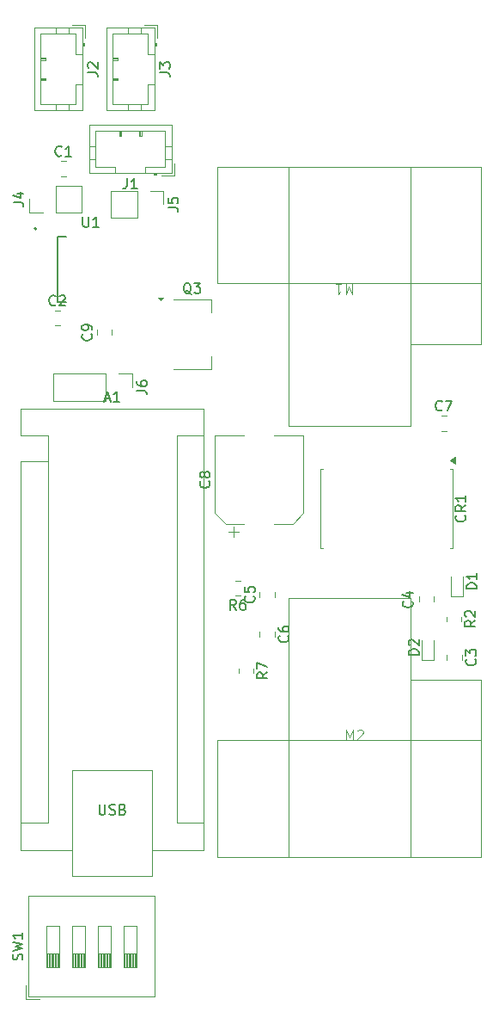
<source format=gbr>
%TF.GenerationSoftware,KiCad,Pcbnew,8.0.2*%
%TF.CreationDate,2024-10-05T18:09:16+02:00*%
%TF.ProjectId,CalkaBot_PCB,43616c6b-6142-46f7-945f-5043422e6b69,rev?*%
%TF.SameCoordinates,Original*%
%TF.FileFunction,Legend,Top*%
%TF.FilePolarity,Positive*%
%FSLAX46Y46*%
G04 Gerber Fmt 4.6, Leading zero omitted, Abs format (unit mm)*
G04 Created by KiCad (PCBNEW 8.0.2) date 2024-10-05 18:09:16*
%MOMM*%
%LPD*%
G01*
G04 APERTURE LIST*
%ADD10C,0.150000*%
%ADD11C,0.100000*%
%ADD12C,0.120000*%
%ADD13C,0.127000*%
%ADD14C,0.200000*%
G04 APERTURE END LIST*
D10*
X64895714Y-56839104D02*
X65371904Y-56839104D01*
X64800476Y-57124819D02*
X65133809Y-56124819D01*
X65133809Y-56124819D02*
X65467142Y-57124819D01*
X66324285Y-57124819D02*
X65752857Y-57124819D01*
X66038571Y-57124819D02*
X66038571Y-56124819D01*
X66038571Y-56124819D02*
X65943333Y-56267676D01*
X65943333Y-56267676D02*
X65848095Y-56362914D01*
X65848095Y-56362914D02*
X65752857Y-56410533D01*
X64348095Y-96764819D02*
X64348095Y-97574342D01*
X64348095Y-97574342D02*
X64395714Y-97669580D01*
X64395714Y-97669580D02*
X64443333Y-97717200D01*
X64443333Y-97717200D02*
X64538571Y-97764819D01*
X64538571Y-97764819D02*
X64729047Y-97764819D01*
X64729047Y-97764819D02*
X64824285Y-97717200D01*
X64824285Y-97717200D02*
X64871904Y-97669580D01*
X64871904Y-97669580D02*
X64919523Y-97574342D01*
X64919523Y-97574342D02*
X64919523Y-96764819D01*
X65348095Y-97717200D02*
X65490952Y-97764819D01*
X65490952Y-97764819D02*
X65729047Y-97764819D01*
X65729047Y-97764819D02*
X65824285Y-97717200D01*
X65824285Y-97717200D02*
X65871904Y-97669580D01*
X65871904Y-97669580D02*
X65919523Y-97574342D01*
X65919523Y-97574342D02*
X65919523Y-97479104D01*
X65919523Y-97479104D02*
X65871904Y-97383866D01*
X65871904Y-97383866D02*
X65824285Y-97336247D01*
X65824285Y-97336247D02*
X65729047Y-97288628D01*
X65729047Y-97288628D02*
X65538571Y-97241009D01*
X65538571Y-97241009D02*
X65443333Y-97193390D01*
X65443333Y-97193390D02*
X65395714Y-97145771D01*
X65395714Y-97145771D02*
X65348095Y-97050533D01*
X65348095Y-97050533D02*
X65348095Y-96955295D01*
X65348095Y-96955295D02*
X65395714Y-96860057D01*
X65395714Y-96860057D02*
X65443333Y-96812438D01*
X65443333Y-96812438D02*
X65538571Y-96764819D01*
X65538571Y-96764819D02*
X65776666Y-96764819D01*
X65776666Y-96764819D02*
X65919523Y-96812438D01*
X66681428Y-97241009D02*
X66824285Y-97288628D01*
X66824285Y-97288628D02*
X66871904Y-97336247D01*
X66871904Y-97336247D02*
X66919523Y-97431485D01*
X66919523Y-97431485D02*
X66919523Y-97574342D01*
X66919523Y-97574342D02*
X66871904Y-97669580D01*
X66871904Y-97669580D02*
X66824285Y-97717200D01*
X66824285Y-97717200D02*
X66729047Y-97764819D01*
X66729047Y-97764819D02*
X66348095Y-97764819D01*
X66348095Y-97764819D02*
X66348095Y-96764819D01*
X66348095Y-96764819D02*
X66681428Y-96764819D01*
X66681428Y-96764819D02*
X66776666Y-96812438D01*
X66776666Y-96812438D02*
X66824285Y-96860057D01*
X66824285Y-96860057D02*
X66871904Y-96955295D01*
X66871904Y-96955295D02*
X66871904Y-97050533D01*
X66871904Y-97050533D02*
X66824285Y-97145771D01*
X66824285Y-97145771D02*
X66776666Y-97193390D01*
X66776666Y-97193390D02*
X66681428Y-97241009D01*
X66681428Y-97241009D02*
X66348095Y-97241009D01*
X75159580Y-64966666D02*
X75207200Y-65014285D01*
X75207200Y-65014285D02*
X75254819Y-65157142D01*
X75254819Y-65157142D02*
X75254819Y-65252380D01*
X75254819Y-65252380D02*
X75207200Y-65395237D01*
X75207200Y-65395237D02*
X75111961Y-65490475D01*
X75111961Y-65490475D02*
X75016723Y-65538094D01*
X75016723Y-65538094D02*
X74826247Y-65585713D01*
X74826247Y-65585713D02*
X74683390Y-65585713D01*
X74683390Y-65585713D02*
X74492914Y-65538094D01*
X74492914Y-65538094D02*
X74397676Y-65490475D01*
X74397676Y-65490475D02*
X74302438Y-65395237D01*
X74302438Y-65395237D02*
X74254819Y-65252380D01*
X74254819Y-65252380D02*
X74254819Y-65157142D01*
X74254819Y-65157142D02*
X74302438Y-65014285D01*
X74302438Y-65014285D02*
X74350057Y-64966666D01*
X74683390Y-64395237D02*
X74635771Y-64490475D01*
X74635771Y-64490475D02*
X74588152Y-64538094D01*
X74588152Y-64538094D02*
X74492914Y-64585713D01*
X74492914Y-64585713D02*
X74445295Y-64585713D01*
X74445295Y-64585713D02*
X74350057Y-64538094D01*
X74350057Y-64538094D02*
X74302438Y-64490475D01*
X74302438Y-64490475D02*
X74254819Y-64395237D01*
X74254819Y-64395237D02*
X74254819Y-64204761D01*
X74254819Y-64204761D02*
X74302438Y-64109523D01*
X74302438Y-64109523D02*
X74350057Y-64061904D01*
X74350057Y-64061904D02*
X74445295Y-64014285D01*
X74445295Y-64014285D02*
X74492914Y-64014285D01*
X74492914Y-64014285D02*
X74588152Y-64061904D01*
X74588152Y-64061904D02*
X74635771Y-64109523D01*
X74635771Y-64109523D02*
X74683390Y-64204761D01*
X74683390Y-64204761D02*
X74683390Y-64395237D01*
X74683390Y-64395237D02*
X74731009Y-64490475D01*
X74731009Y-64490475D02*
X74778628Y-64538094D01*
X74778628Y-64538094D02*
X74873866Y-64585713D01*
X74873866Y-64585713D02*
X75064342Y-64585713D01*
X75064342Y-64585713D02*
X75159580Y-64538094D01*
X75159580Y-64538094D02*
X75207200Y-64490475D01*
X75207200Y-64490475D02*
X75254819Y-64395237D01*
X75254819Y-64395237D02*
X75254819Y-64204761D01*
X75254819Y-64204761D02*
X75207200Y-64109523D01*
X75207200Y-64109523D02*
X75159580Y-64061904D01*
X75159580Y-64061904D02*
X75064342Y-64014285D01*
X75064342Y-64014285D02*
X74873866Y-64014285D01*
X74873866Y-64014285D02*
X74778628Y-64061904D01*
X74778628Y-64061904D02*
X74731009Y-64109523D01*
X74731009Y-64109523D02*
X74683390Y-64204761D01*
D11*
X89309523Y-45542580D02*
X89309523Y-46542580D01*
X89309523Y-46542580D02*
X88976190Y-45828295D01*
X88976190Y-45828295D02*
X88642857Y-46542580D01*
X88642857Y-46542580D02*
X88642857Y-45542580D01*
X87642857Y-45542580D02*
X88214285Y-45542580D01*
X87928571Y-45542580D02*
X87928571Y-46542580D01*
X87928571Y-46542580D02*
X88023809Y-46399723D01*
X88023809Y-46399723D02*
X88119047Y-46304485D01*
X88119047Y-46304485D02*
X88214285Y-46256866D01*
D10*
X60633333Y-32879580D02*
X60585714Y-32927200D01*
X60585714Y-32927200D02*
X60442857Y-32974819D01*
X60442857Y-32974819D02*
X60347619Y-32974819D01*
X60347619Y-32974819D02*
X60204762Y-32927200D01*
X60204762Y-32927200D02*
X60109524Y-32831961D01*
X60109524Y-32831961D02*
X60061905Y-32736723D01*
X60061905Y-32736723D02*
X60014286Y-32546247D01*
X60014286Y-32546247D02*
X60014286Y-32403390D01*
X60014286Y-32403390D02*
X60061905Y-32212914D01*
X60061905Y-32212914D02*
X60109524Y-32117676D01*
X60109524Y-32117676D02*
X60204762Y-32022438D01*
X60204762Y-32022438D02*
X60347619Y-31974819D01*
X60347619Y-31974819D02*
X60442857Y-31974819D01*
X60442857Y-31974819D02*
X60585714Y-32022438D01*
X60585714Y-32022438D02*
X60633333Y-32070057D01*
X61585714Y-32974819D02*
X61014286Y-32974819D01*
X61300000Y-32974819D02*
X61300000Y-31974819D01*
X61300000Y-31974819D02*
X61204762Y-32117676D01*
X61204762Y-32117676D02*
X61109524Y-32212914D01*
X61109524Y-32212914D02*
X61014286Y-32260533D01*
X56747200Y-112043332D02*
X56794819Y-111900475D01*
X56794819Y-111900475D02*
X56794819Y-111662380D01*
X56794819Y-111662380D02*
X56747200Y-111567142D01*
X56747200Y-111567142D02*
X56699580Y-111519523D01*
X56699580Y-111519523D02*
X56604342Y-111471904D01*
X56604342Y-111471904D02*
X56509104Y-111471904D01*
X56509104Y-111471904D02*
X56413866Y-111519523D01*
X56413866Y-111519523D02*
X56366247Y-111567142D01*
X56366247Y-111567142D02*
X56318628Y-111662380D01*
X56318628Y-111662380D02*
X56271009Y-111852856D01*
X56271009Y-111852856D02*
X56223390Y-111948094D01*
X56223390Y-111948094D02*
X56175771Y-111995713D01*
X56175771Y-111995713D02*
X56080533Y-112043332D01*
X56080533Y-112043332D02*
X55985295Y-112043332D01*
X55985295Y-112043332D02*
X55890057Y-111995713D01*
X55890057Y-111995713D02*
X55842438Y-111948094D01*
X55842438Y-111948094D02*
X55794819Y-111852856D01*
X55794819Y-111852856D02*
X55794819Y-111614761D01*
X55794819Y-111614761D02*
X55842438Y-111471904D01*
X55794819Y-111138570D02*
X56794819Y-110900475D01*
X56794819Y-110900475D02*
X56080533Y-110709999D01*
X56080533Y-110709999D02*
X56794819Y-110519523D01*
X56794819Y-110519523D02*
X55794819Y-110281428D01*
X56794819Y-109376666D02*
X56794819Y-109948094D01*
X56794819Y-109662380D02*
X55794819Y-109662380D01*
X55794819Y-109662380D02*
X55937676Y-109757618D01*
X55937676Y-109757618D02*
X56032914Y-109852856D01*
X56032914Y-109852856D02*
X56080533Y-109948094D01*
X55887319Y-37520833D02*
X56601604Y-37520833D01*
X56601604Y-37520833D02*
X56744461Y-37568452D01*
X56744461Y-37568452D02*
X56839700Y-37663690D01*
X56839700Y-37663690D02*
X56887319Y-37806547D01*
X56887319Y-37806547D02*
X56887319Y-37901785D01*
X56220652Y-36616071D02*
X56887319Y-36616071D01*
X55839700Y-36854166D02*
X56553985Y-37092261D01*
X56553985Y-37092261D02*
X56553985Y-36473214D01*
X68024819Y-56033333D02*
X68739104Y-56033333D01*
X68739104Y-56033333D02*
X68881961Y-56080952D01*
X68881961Y-56080952D02*
X68977200Y-56176190D01*
X68977200Y-56176190D02*
X69024819Y-56319047D01*
X69024819Y-56319047D02*
X69024819Y-56414285D01*
X68024819Y-55128571D02*
X68024819Y-55319047D01*
X68024819Y-55319047D02*
X68072438Y-55414285D01*
X68072438Y-55414285D02*
X68120057Y-55461904D01*
X68120057Y-55461904D02*
X68262914Y-55557142D01*
X68262914Y-55557142D02*
X68453390Y-55604761D01*
X68453390Y-55604761D02*
X68834342Y-55604761D01*
X68834342Y-55604761D02*
X68929580Y-55557142D01*
X68929580Y-55557142D02*
X68977200Y-55509523D01*
X68977200Y-55509523D02*
X69024819Y-55414285D01*
X69024819Y-55414285D02*
X69024819Y-55223809D01*
X69024819Y-55223809D02*
X68977200Y-55128571D01*
X68977200Y-55128571D02*
X68929580Y-55080952D01*
X68929580Y-55080952D02*
X68834342Y-55033333D01*
X68834342Y-55033333D02*
X68596247Y-55033333D01*
X68596247Y-55033333D02*
X68501009Y-55080952D01*
X68501009Y-55080952D02*
X68453390Y-55128571D01*
X68453390Y-55128571D02*
X68405771Y-55223809D01*
X68405771Y-55223809D02*
X68405771Y-55414285D01*
X68405771Y-55414285D02*
X68453390Y-55509523D01*
X68453390Y-55509523D02*
X68501009Y-55557142D01*
X68501009Y-55557142D02*
X68596247Y-55604761D01*
X101389580Y-82466666D02*
X101437200Y-82514285D01*
X101437200Y-82514285D02*
X101484819Y-82657142D01*
X101484819Y-82657142D02*
X101484819Y-82752380D01*
X101484819Y-82752380D02*
X101437200Y-82895237D01*
X101437200Y-82895237D02*
X101341961Y-82990475D01*
X101341961Y-82990475D02*
X101246723Y-83038094D01*
X101246723Y-83038094D02*
X101056247Y-83085713D01*
X101056247Y-83085713D02*
X100913390Y-83085713D01*
X100913390Y-83085713D02*
X100722914Y-83038094D01*
X100722914Y-83038094D02*
X100627676Y-82990475D01*
X100627676Y-82990475D02*
X100532438Y-82895237D01*
X100532438Y-82895237D02*
X100484819Y-82752380D01*
X100484819Y-82752380D02*
X100484819Y-82657142D01*
X100484819Y-82657142D02*
X100532438Y-82514285D01*
X100532438Y-82514285D02*
X100580057Y-82466666D01*
X100484819Y-82133332D02*
X100484819Y-81514285D01*
X100484819Y-81514285D02*
X100865771Y-81847618D01*
X100865771Y-81847618D02*
X100865771Y-81704761D01*
X100865771Y-81704761D02*
X100913390Y-81609523D01*
X100913390Y-81609523D02*
X100961009Y-81561904D01*
X100961009Y-81561904D02*
X101056247Y-81514285D01*
X101056247Y-81514285D02*
X101294342Y-81514285D01*
X101294342Y-81514285D02*
X101389580Y-81561904D01*
X101389580Y-81561904D02*
X101437200Y-81609523D01*
X101437200Y-81609523D02*
X101484819Y-81704761D01*
X101484819Y-81704761D02*
X101484819Y-81990475D01*
X101484819Y-81990475D02*
X101437200Y-82085713D01*
X101437200Y-82085713D02*
X101389580Y-82133332D01*
X101554819Y-75538094D02*
X100554819Y-75538094D01*
X100554819Y-75538094D02*
X100554819Y-75299999D01*
X100554819Y-75299999D02*
X100602438Y-75157142D01*
X100602438Y-75157142D02*
X100697676Y-75061904D01*
X100697676Y-75061904D02*
X100792914Y-75014285D01*
X100792914Y-75014285D02*
X100983390Y-74966666D01*
X100983390Y-74966666D02*
X101126247Y-74966666D01*
X101126247Y-74966666D02*
X101316723Y-75014285D01*
X101316723Y-75014285D02*
X101411961Y-75061904D01*
X101411961Y-75061904D02*
X101507200Y-75157142D01*
X101507200Y-75157142D02*
X101554819Y-75299999D01*
X101554819Y-75299999D02*
X101554819Y-75538094D01*
X101554819Y-74014285D02*
X101554819Y-74585713D01*
X101554819Y-74299999D02*
X100554819Y-74299999D01*
X100554819Y-74299999D02*
X100697676Y-74395237D01*
X100697676Y-74395237D02*
X100792914Y-74490475D01*
X100792914Y-74490475D02*
X100840533Y-74585713D01*
X95159580Y-76766666D02*
X95207200Y-76814285D01*
X95207200Y-76814285D02*
X95254819Y-76957142D01*
X95254819Y-76957142D02*
X95254819Y-77052380D01*
X95254819Y-77052380D02*
X95207200Y-77195237D01*
X95207200Y-77195237D02*
X95111961Y-77290475D01*
X95111961Y-77290475D02*
X95016723Y-77338094D01*
X95016723Y-77338094D02*
X94826247Y-77385713D01*
X94826247Y-77385713D02*
X94683390Y-77385713D01*
X94683390Y-77385713D02*
X94492914Y-77338094D01*
X94492914Y-77338094D02*
X94397676Y-77290475D01*
X94397676Y-77290475D02*
X94302438Y-77195237D01*
X94302438Y-77195237D02*
X94254819Y-77052380D01*
X94254819Y-77052380D02*
X94254819Y-76957142D01*
X94254819Y-76957142D02*
X94302438Y-76814285D01*
X94302438Y-76814285D02*
X94350057Y-76766666D01*
X94588152Y-75909523D02*
X95254819Y-75909523D01*
X94207200Y-76147618D02*
X94921485Y-76385713D01*
X94921485Y-76385713D02*
X94921485Y-75766666D01*
X80904819Y-83766666D02*
X80428628Y-84099999D01*
X80904819Y-84338094D02*
X79904819Y-84338094D01*
X79904819Y-84338094D02*
X79904819Y-83957142D01*
X79904819Y-83957142D02*
X79952438Y-83861904D01*
X79952438Y-83861904D02*
X80000057Y-83814285D01*
X80000057Y-83814285D02*
X80095295Y-83766666D01*
X80095295Y-83766666D02*
X80238152Y-83766666D01*
X80238152Y-83766666D02*
X80333390Y-83814285D01*
X80333390Y-83814285D02*
X80381009Y-83861904D01*
X80381009Y-83861904D02*
X80428628Y-83957142D01*
X80428628Y-83957142D02*
X80428628Y-84338094D01*
X79904819Y-83433332D02*
X79904819Y-82766666D01*
X79904819Y-82766666D02*
X80904819Y-83195237D01*
X70304819Y-24733333D02*
X71019104Y-24733333D01*
X71019104Y-24733333D02*
X71161961Y-24780952D01*
X71161961Y-24780952D02*
X71257200Y-24876190D01*
X71257200Y-24876190D02*
X71304819Y-25019047D01*
X71304819Y-25019047D02*
X71304819Y-25114285D01*
X70304819Y-24352380D02*
X70304819Y-23733333D01*
X70304819Y-23733333D02*
X70685771Y-24066666D01*
X70685771Y-24066666D02*
X70685771Y-23923809D01*
X70685771Y-23923809D02*
X70733390Y-23828571D01*
X70733390Y-23828571D02*
X70781009Y-23780952D01*
X70781009Y-23780952D02*
X70876247Y-23733333D01*
X70876247Y-23733333D02*
X71114342Y-23733333D01*
X71114342Y-23733333D02*
X71209580Y-23780952D01*
X71209580Y-23780952D02*
X71257200Y-23828571D01*
X71257200Y-23828571D02*
X71304819Y-23923809D01*
X71304819Y-23923809D02*
X71304819Y-24209523D01*
X71304819Y-24209523D02*
X71257200Y-24304761D01*
X71257200Y-24304761D02*
X71209580Y-24352380D01*
X62725595Y-38932319D02*
X62725595Y-39741842D01*
X62725595Y-39741842D02*
X62773214Y-39837080D01*
X62773214Y-39837080D02*
X62820833Y-39884700D01*
X62820833Y-39884700D02*
X62916071Y-39932319D01*
X62916071Y-39932319D02*
X63106547Y-39932319D01*
X63106547Y-39932319D02*
X63201785Y-39884700D01*
X63201785Y-39884700D02*
X63249404Y-39837080D01*
X63249404Y-39837080D02*
X63297023Y-39741842D01*
X63297023Y-39741842D02*
X63297023Y-38932319D01*
X64297023Y-39932319D02*
X63725595Y-39932319D01*
X64011309Y-39932319D02*
X64011309Y-38932319D01*
X64011309Y-38932319D02*
X63916071Y-39075176D01*
X63916071Y-39075176D02*
X63820833Y-39170414D01*
X63820833Y-39170414D02*
X63725595Y-39218033D01*
X60033333Y-47579580D02*
X59985714Y-47627200D01*
X59985714Y-47627200D02*
X59842857Y-47674819D01*
X59842857Y-47674819D02*
X59747619Y-47674819D01*
X59747619Y-47674819D02*
X59604762Y-47627200D01*
X59604762Y-47627200D02*
X59509524Y-47531961D01*
X59509524Y-47531961D02*
X59461905Y-47436723D01*
X59461905Y-47436723D02*
X59414286Y-47246247D01*
X59414286Y-47246247D02*
X59414286Y-47103390D01*
X59414286Y-47103390D02*
X59461905Y-46912914D01*
X59461905Y-46912914D02*
X59509524Y-46817676D01*
X59509524Y-46817676D02*
X59604762Y-46722438D01*
X59604762Y-46722438D02*
X59747619Y-46674819D01*
X59747619Y-46674819D02*
X59842857Y-46674819D01*
X59842857Y-46674819D02*
X59985714Y-46722438D01*
X59985714Y-46722438D02*
X60033333Y-46770057D01*
X60414286Y-46770057D02*
X60461905Y-46722438D01*
X60461905Y-46722438D02*
X60557143Y-46674819D01*
X60557143Y-46674819D02*
X60795238Y-46674819D01*
X60795238Y-46674819D02*
X60890476Y-46722438D01*
X60890476Y-46722438D02*
X60938095Y-46770057D01*
X60938095Y-46770057D02*
X60985714Y-46865295D01*
X60985714Y-46865295D02*
X60985714Y-46960533D01*
X60985714Y-46960533D02*
X60938095Y-47103390D01*
X60938095Y-47103390D02*
X60366667Y-47674819D01*
X60366667Y-47674819D02*
X60985714Y-47674819D01*
X67066666Y-35154819D02*
X67066666Y-35869104D01*
X67066666Y-35869104D02*
X67019047Y-36011961D01*
X67019047Y-36011961D02*
X66923809Y-36107200D01*
X66923809Y-36107200D02*
X66780952Y-36154819D01*
X66780952Y-36154819D02*
X66685714Y-36154819D01*
X68066666Y-36154819D02*
X67495238Y-36154819D01*
X67780952Y-36154819D02*
X67780952Y-35154819D01*
X67780952Y-35154819D02*
X67685714Y-35297676D01*
X67685714Y-35297676D02*
X67590476Y-35392914D01*
X67590476Y-35392914D02*
X67495238Y-35440533D01*
X95854819Y-82038094D02*
X94854819Y-82038094D01*
X94854819Y-82038094D02*
X94854819Y-81799999D01*
X94854819Y-81799999D02*
X94902438Y-81657142D01*
X94902438Y-81657142D02*
X94997676Y-81561904D01*
X94997676Y-81561904D02*
X95092914Y-81514285D01*
X95092914Y-81514285D02*
X95283390Y-81466666D01*
X95283390Y-81466666D02*
X95426247Y-81466666D01*
X95426247Y-81466666D02*
X95616723Y-81514285D01*
X95616723Y-81514285D02*
X95711961Y-81561904D01*
X95711961Y-81561904D02*
X95807200Y-81657142D01*
X95807200Y-81657142D02*
X95854819Y-81799999D01*
X95854819Y-81799999D02*
X95854819Y-82038094D01*
X94950057Y-81085713D02*
X94902438Y-81038094D01*
X94902438Y-81038094D02*
X94854819Y-80942856D01*
X94854819Y-80942856D02*
X94854819Y-80704761D01*
X94854819Y-80704761D02*
X94902438Y-80609523D01*
X94902438Y-80609523D02*
X94950057Y-80561904D01*
X94950057Y-80561904D02*
X95045295Y-80514285D01*
X95045295Y-80514285D02*
X95140533Y-80514285D01*
X95140533Y-80514285D02*
X95283390Y-80561904D01*
X95283390Y-80561904D02*
X95854819Y-81133332D01*
X95854819Y-81133332D02*
X95854819Y-80514285D01*
D11*
X88690476Y-90413419D02*
X88690476Y-89413419D01*
X88690476Y-89413419D02*
X89023809Y-90127704D01*
X89023809Y-90127704D02*
X89357142Y-89413419D01*
X89357142Y-89413419D02*
X89357142Y-90413419D01*
X89785714Y-89508657D02*
X89833333Y-89461038D01*
X89833333Y-89461038D02*
X89928571Y-89413419D01*
X89928571Y-89413419D02*
X90166666Y-89413419D01*
X90166666Y-89413419D02*
X90261904Y-89461038D01*
X90261904Y-89461038D02*
X90309523Y-89508657D01*
X90309523Y-89508657D02*
X90357142Y-89603895D01*
X90357142Y-89603895D02*
X90357142Y-89699133D01*
X90357142Y-89699133D02*
X90309523Y-89841990D01*
X90309523Y-89841990D02*
X89738095Y-90413419D01*
X89738095Y-90413419D02*
X90357142Y-90413419D01*
D10*
X100367080Y-68326666D02*
X100414700Y-68374285D01*
X100414700Y-68374285D02*
X100462319Y-68517142D01*
X100462319Y-68517142D02*
X100462319Y-68612380D01*
X100462319Y-68612380D02*
X100414700Y-68755237D01*
X100414700Y-68755237D02*
X100319461Y-68850475D01*
X100319461Y-68850475D02*
X100224223Y-68898094D01*
X100224223Y-68898094D02*
X100033747Y-68945713D01*
X100033747Y-68945713D02*
X99890890Y-68945713D01*
X99890890Y-68945713D02*
X99700414Y-68898094D01*
X99700414Y-68898094D02*
X99605176Y-68850475D01*
X99605176Y-68850475D02*
X99509938Y-68755237D01*
X99509938Y-68755237D02*
X99462319Y-68612380D01*
X99462319Y-68612380D02*
X99462319Y-68517142D01*
X99462319Y-68517142D02*
X99509938Y-68374285D01*
X99509938Y-68374285D02*
X99557557Y-68326666D01*
X100462319Y-67326666D02*
X99986128Y-67659999D01*
X100462319Y-67898094D02*
X99462319Y-67898094D01*
X99462319Y-67898094D02*
X99462319Y-67517142D01*
X99462319Y-67517142D02*
X99509938Y-67421904D01*
X99509938Y-67421904D02*
X99557557Y-67374285D01*
X99557557Y-67374285D02*
X99652795Y-67326666D01*
X99652795Y-67326666D02*
X99795652Y-67326666D01*
X99795652Y-67326666D02*
X99890890Y-67374285D01*
X99890890Y-67374285D02*
X99938509Y-67421904D01*
X99938509Y-67421904D02*
X99986128Y-67517142D01*
X99986128Y-67517142D02*
X99986128Y-67898094D01*
X100462319Y-66374285D02*
X100462319Y-66945713D01*
X100462319Y-66659999D02*
X99462319Y-66659999D01*
X99462319Y-66659999D02*
X99605176Y-66755237D01*
X99605176Y-66755237D02*
X99700414Y-66850475D01*
X99700414Y-66850475D02*
X99748033Y-66945713D01*
X77833333Y-77604819D02*
X77500000Y-77128628D01*
X77261905Y-77604819D02*
X77261905Y-76604819D01*
X77261905Y-76604819D02*
X77642857Y-76604819D01*
X77642857Y-76604819D02*
X77738095Y-76652438D01*
X77738095Y-76652438D02*
X77785714Y-76700057D01*
X77785714Y-76700057D02*
X77833333Y-76795295D01*
X77833333Y-76795295D02*
X77833333Y-76938152D01*
X77833333Y-76938152D02*
X77785714Y-77033390D01*
X77785714Y-77033390D02*
X77738095Y-77081009D01*
X77738095Y-77081009D02*
X77642857Y-77128628D01*
X77642857Y-77128628D02*
X77261905Y-77128628D01*
X78690476Y-76604819D02*
X78500000Y-76604819D01*
X78500000Y-76604819D02*
X78404762Y-76652438D01*
X78404762Y-76652438D02*
X78357143Y-76700057D01*
X78357143Y-76700057D02*
X78261905Y-76842914D01*
X78261905Y-76842914D02*
X78214286Y-77033390D01*
X78214286Y-77033390D02*
X78214286Y-77414342D01*
X78214286Y-77414342D02*
X78261905Y-77509580D01*
X78261905Y-77509580D02*
X78309524Y-77557200D01*
X78309524Y-77557200D02*
X78404762Y-77604819D01*
X78404762Y-77604819D02*
X78595238Y-77604819D01*
X78595238Y-77604819D02*
X78690476Y-77557200D01*
X78690476Y-77557200D02*
X78738095Y-77509580D01*
X78738095Y-77509580D02*
X78785714Y-77414342D01*
X78785714Y-77414342D02*
X78785714Y-77176247D01*
X78785714Y-77176247D02*
X78738095Y-77081009D01*
X78738095Y-77081009D02*
X78690476Y-77033390D01*
X78690476Y-77033390D02*
X78595238Y-76985771D01*
X78595238Y-76985771D02*
X78404762Y-76985771D01*
X78404762Y-76985771D02*
X78309524Y-77033390D01*
X78309524Y-77033390D02*
X78261905Y-77081009D01*
X78261905Y-77081009D02*
X78214286Y-77176247D01*
X82939580Y-80166666D02*
X82987200Y-80214285D01*
X82987200Y-80214285D02*
X83034819Y-80357142D01*
X83034819Y-80357142D02*
X83034819Y-80452380D01*
X83034819Y-80452380D02*
X82987200Y-80595237D01*
X82987200Y-80595237D02*
X82891961Y-80690475D01*
X82891961Y-80690475D02*
X82796723Y-80738094D01*
X82796723Y-80738094D02*
X82606247Y-80785713D01*
X82606247Y-80785713D02*
X82463390Y-80785713D01*
X82463390Y-80785713D02*
X82272914Y-80738094D01*
X82272914Y-80738094D02*
X82177676Y-80690475D01*
X82177676Y-80690475D02*
X82082438Y-80595237D01*
X82082438Y-80595237D02*
X82034819Y-80452380D01*
X82034819Y-80452380D02*
X82034819Y-80357142D01*
X82034819Y-80357142D02*
X82082438Y-80214285D01*
X82082438Y-80214285D02*
X82130057Y-80166666D01*
X82034819Y-79309523D02*
X82034819Y-79499999D01*
X82034819Y-79499999D02*
X82082438Y-79595237D01*
X82082438Y-79595237D02*
X82130057Y-79642856D01*
X82130057Y-79642856D02*
X82272914Y-79738094D01*
X82272914Y-79738094D02*
X82463390Y-79785713D01*
X82463390Y-79785713D02*
X82844342Y-79785713D01*
X82844342Y-79785713D02*
X82939580Y-79738094D01*
X82939580Y-79738094D02*
X82987200Y-79690475D01*
X82987200Y-79690475D02*
X83034819Y-79595237D01*
X83034819Y-79595237D02*
X83034819Y-79404761D01*
X83034819Y-79404761D02*
X82987200Y-79309523D01*
X82987200Y-79309523D02*
X82939580Y-79261904D01*
X82939580Y-79261904D02*
X82844342Y-79214285D01*
X82844342Y-79214285D02*
X82606247Y-79214285D01*
X82606247Y-79214285D02*
X82511009Y-79261904D01*
X82511009Y-79261904D02*
X82463390Y-79309523D01*
X82463390Y-79309523D02*
X82415771Y-79404761D01*
X82415771Y-79404761D02*
X82415771Y-79595237D01*
X82415771Y-79595237D02*
X82463390Y-79690475D01*
X82463390Y-79690475D02*
X82511009Y-79738094D01*
X82511009Y-79738094D02*
X82606247Y-79785713D01*
X63542080Y-50479166D02*
X63589700Y-50526785D01*
X63589700Y-50526785D02*
X63637319Y-50669642D01*
X63637319Y-50669642D02*
X63637319Y-50764880D01*
X63637319Y-50764880D02*
X63589700Y-50907737D01*
X63589700Y-50907737D02*
X63494461Y-51002975D01*
X63494461Y-51002975D02*
X63399223Y-51050594D01*
X63399223Y-51050594D02*
X63208747Y-51098213D01*
X63208747Y-51098213D02*
X63065890Y-51098213D01*
X63065890Y-51098213D02*
X62875414Y-51050594D01*
X62875414Y-51050594D02*
X62780176Y-51002975D01*
X62780176Y-51002975D02*
X62684938Y-50907737D01*
X62684938Y-50907737D02*
X62637319Y-50764880D01*
X62637319Y-50764880D02*
X62637319Y-50669642D01*
X62637319Y-50669642D02*
X62684938Y-50526785D01*
X62684938Y-50526785D02*
X62732557Y-50479166D01*
X63637319Y-50002975D02*
X63637319Y-49812499D01*
X63637319Y-49812499D02*
X63589700Y-49717261D01*
X63589700Y-49717261D02*
X63542080Y-49669642D01*
X63542080Y-49669642D02*
X63399223Y-49574404D01*
X63399223Y-49574404D02*
X63208747Y-49526785D01*
X63208747Y-49526785D02*
X62827795Y-49526785D01*
X62827795Y-49526785D02*
X62732557Y-49574404D01*
X62732557Y-49574404D02*
X62684938Y-49622023D01*
X62684938Y-49622023D02*
X62637319Y-49717261D01*
X62637319Y-49717261D02*
X62637319Y-49907737D01*
X62637319Y-49907737D02*
X62684938Y-50002975D01*
X62684938Y-50002975D02*
X62732557Y-50050594D01*
X62732557Y-50050594D02*
X62827795Y-50098213D01*
X62827795Y-50098213D02*
X63065890Y-50098213D01*
X63065890Y-50098213D02*
X63161128Y-50050594D01*
X63161128Y-50050594D02*
X63208747Y-50002975D01*
X63208747Y-50002975D02*
X63256366Y-49907737D01*
X63256366Y-49907737D02*
X63256366Y-49717261D01*
X63256366Y-49717261D02*
X63208747Y-49622023D01*
X63208747Y-49622023D02*
X63161128Y-49574404D01*
X63161128Y-49574404D02*
X63065890Y-49526785D01*
X71122319Y-38045833D02*
X71836604Y-38045833D01*
X71836604Y-38045833D02*
X71979461Y-38093452D01*
X71979461Y-38093452D02*
X72074700Y-38188690D01*
X72074700Y-38188690D02*
X72122319Y-38331547D01*
X72122319Y-38331547D02*
X72122319Y-38426785D01*
X71122319Y-37093452D02*
X71122319Y-37569642D01*
X71122319Y-37569642D02*
X71598509Y-37617261D01*
X71598509Y-37617261D02*
X71550890Y-37569642D01*
X71550890Y-37569642D02*
X71503271Y-37474404D01*
X71503271Y-37474404D02*
X71503271Y-37236309D01*
X71503271Y-37236309D02*
X71550890Y-37141071D01*
X71550890Y-37141071D02*
X71598509Y-37093452D01*
X71598509Y-37093452D02*
X71693747Y-37045833D01*
X71693747Y-37045833D02*
X71931842Y-37045833D01*
X71931842Y-37045833D02*
X72027080Y-37093452D01*
X72027080Y-37093452D02*
X72074700Y-37141071D01*
X72074700Y-37141071D02*
X72122319Y-37236309D01*
X72122319Y-37236309D02*
X72122319Y-37474404D01*
X72122319Y-37474404D02*
X72074700Y-37569642D01*
X72074700Y-37569642D02*
X72027080Y-37617261D01*
X101404819Y-78666666D02*
X100928628Y-78999999D01*
X101404819Y-79238094D02*
X100404819Y-79238094D01*
X100404819Y-79238094D02*
X100404819Y-78857142D01*
X100404819Y-78857142D02*
X100452438Y-78761904D01*
X100452438Y-78761904D02*
X100500057Y-78714285D01*
X100500057Y-78714285D02*
X100595295Y-78666666D01*
X100595295Y-78666666D02*
X100738152Y-78666666D01*
X100738152Y-78666666D02*
X100833390Y-78714285D01*
X100833390Y-78714285D02*
X100881009Y-78761904D01*
X100881009Y-78761904D02*
X100928628Y-78857142D01*
X100928628Y-78857142D02*
X100928628Y-79238094D01*
X100500057Y-78285713D02*
X100452438Y-78238094D01*
X100452438Y-78238094D02*
X100404819Y-78142856D01*
X100404819Y-78142856D02*
X100404819Y-77904761D01*
X100404819Y-77904761D02*
X100452438Y-77809523D01*
X100452438Y-77809523D02*
X100500057Y-77761904D01*
X100500057Y-77761904D02*
X100595295Y-77714285D01*
X100595295Y-77714285D02*
X100690533Y-77714285D01*
X100690533Y-77714285D02*
X100833390Y-77761904D01*
X100833390Y-77761904D02*
X101404819Y-78333332D01*
X101404819Y-78333332D02*
X101404819Y-77714285D01*
X63204819Y-24733333D02*
X63919104Y-24733333D01*
X63919104Y-24733333D02*
X64061961Y-24780952D01*
X64061961Y-24780952D02*
X64157200Y-24876190D01*
X64157200Y-24876190D02*
X64204819Y-25019047D01*
X64204819Y-25019047D02*
X64204819Y-25114285D01*
X63300057Y-24304761D02*
X63252438Y-24257142D01*
X63252438Y-24257142D02*
X63204819Y-24161904D01*
X63204819Y-24161904D02*
X63204819Y-23923809D01*
X63204819Y-23923809D02*
X63252438Y-23828571D01*
X63252438Y-23828571D02*
X63300057Y-23780952D01*
X63300057Y-23780952D02*
X63395295Y-23733333D01*
X63395295Y-23733333D02*
X63490533Y-23733333D01*
X63490533Y-23733333D02*
X63633390Y-23780952D01*
X63633390Y-23780952D02*
X64204819Y-24352380D01*
X64204819Y-24352380D02*
X64204819Y-23733333D01*
X73404761Y-46550057D02*
X73309523Y-46502438D01*
X73309523Y-46502438D02*
X73214285Y-46407200D01*
X73214285Y-46407200D02*
X73071428Y-46264342D01*
X73071428Y-46264342D02*
X72976190Y-46216723D01*
X72976190Y-46216723D02*
X72880952Y-46216723D01*
X72928571Y-46454819D02*
X72833333Y-46407200D01*
X72833333Y-46407200D02*
X72738095Y-46311961D01*
X72738095Y-46311961D02*
X72690476Y-46121485D01*
X72690476Y-46121485D02*
X72690476Y-45788152D01*
X72690476Y-45788152D02*
X72738095Y-45597676D01*
X72738095Y-45597676D02*
X72833333Y-45502438D01*
X72833333Y-45502438D02*
X72928571Y-45454819D01*
X72928571Y-45454819D02*
X73119047Y-45454819D01*
X73119047Y-45454819D02*
X73214285Y-45502438D01*
X73214285Y-45502438D02*
X73309523Y-45597676D01*
X73309523Y-45597676D02*
X73357142Y-45788152D01*
X73357142Y-45788152D02*
X73357142Y-46121485D01*
X73357142Y-46121485D02*
X73309523Y-46311961D01*
X73309523Y-46311961D02*
X73214285Y-46407200D01*
X73214285Y-46407200D02*
X73119047Y-46454819D01*
X73119047Y-46454819D02*
X72928571Y-46454819D01*
X73690476Y-45454819D02*
X74309523Y-45454819D01*
X74309523Y-45454819D02*
X73976190Y-45835771D01*
X73976190Y-45835771D02*
X74119047Y-45835771D01*
X74119047Y-45835771D02*
X74214285Y-45883390D01*
X74214285Y-45883390D02*
X74261904Y-45931009D01*
X74261904Y-45931009D02*
X74309523Y-46026247D01*
X74309523Y-46026247D02*
X74309523Y-46264342D01*
X74309523Y-46264342D02*
X74261904Y-46359580D01*
X74261904Y-46359580D02*
X74214285Y-46407200D01*
X74214285Y-46407200D02*
X74119047Y-46454819D01*
X74119047Y-46454819D02*
X73833333Y-46454819D01*
X73833333Y-46454819D02*
X73738095Y-46407200D01*
X73738095Y-46407200D02*
X73690476Y-46359580D01*
X79579580Y-76266666D02*
X79627200Y-76314285D01*
X79627200Y-76314285D02*
X79674819Y-76457142D01*
X79674819Y-76457142D02*
X79674819Y-76552380D01*
X79674819Y-76552380D02*
X79627200Y-76695237D01*
X79627200Y-76695237D02*
X79531961Y-76790475D01*
X79531961Y-76790475D02*
X79436723Y-76838094D01*
X79436723Y-76838094D02*
X79246247Y-76885713D01*
X79246247Y-76885713D02*
X79103390Y-76885713D01*
X79103390Y-76885713D02*
X78912914Y-76838094D01*
X78912914Y-76838094D02*
X78817676Y-76790475D01*
X78817676Y-76790475D02*
X78722438Y-76695237D01*
X78722438Y-76695237D02*
X78674819Y-76552380D01*
X78674819Y-76552380D02*
X78674819Y-76457142D01*
X78674819Y-76457142D02*
X78722438Y-76314285D01*
X78722438Y-76314285D02*
X78770057Y-76266666D01*
X78674819Y-75361904D02*
X78674819Y-75838094D01*
X78674819Y-75838094D02*
X79151009Y-75885713D01*
X79151009Y-75885713D02*
X79103390Y-75838094D01*
X79103390Y-75838094D02*
X79055771Y-75742856D01*
X79055771Y-75742856D02*
X79055771Y-75504761D01*
X79055771Y-75504761D02*
X79103390Y-75409523D01*
X79103390Y-75409523D02*
X79151009Y-75361904D01*
X79151009Y-75361904D02*
X79246247Y-75314285D01*
X79246247Y-75314285D02*
X79484342Y-75314285D01*
X79484342Y-75314285D02*
X79579580Y-75361904D01*
X79579580Y-75361904D02*
X79627200Y-75409523D01*
X79627200Y-75409523D02*
X79674819Y-75504761D01*
X79674819Y-75504761D02*
X79674819Y-75742856D01*
X79674819Y-75742856D02*
X79627200Y-75838094D01*
X79627200Y-75838094D02*
X79579580Y-75885713D01*
X98133333Y-57929580D02*
X98085714Y-57977200D01*
X98085714Y-57977200D02*
X97942857Y-58024819D01*
X97942857Y-58024819D02*
X97847619Y-58024819D01*
X97847619Y-58024819D02*
X97704762Y-57977200D01*
X97704762Y-57977200D02*
X97609524Y-57881961D01*
X97609524Y-57881961D02*
X97561905Y-57786723D01*
X97561905Y-57786723D02*
X97514286Y-57596247D01*
X97514286Y-57596247D02*
X97514286Y-57453390D01*
X97514286Y-57453390D02*
X97561905Y-57262914D01*
X97561905Y-57262914D02*
X97609524Y-57167676D01*
X97609524Y-57167676D02*
X97704762Y-57072438D01*
X97704762Y-57072438D02*
X97847619Y-57024819D01*
X97847619Y-57024819D02*
X97942857Y-57024819D01*
X97942857Y-57024819D02*
X98085714Y-57072438D01*
X98085714Y-57072438D02*
X98133333Y-57120057D01*
X98466667Y-57024819D02*
X99133333Y-57024819D01*
X99133333Y-57024819D02*
X98704762Y-58024819D01*
D12*
%TO.C,A1*%
X56590000Y-57810000D02*
X56590000Y-60480000D01*
X56590000Y-63020000D02*
X56590000Y-101250000D01*
X56590000Y-101250000D02*
X61670000Y-101250000D01*
X59260000Y-60480000D02*
X56590000Y-60480000D01*
X59260000Y-63020000D02*
X56590000Y-63020000D01*
X59260000Y-63020000D02*
X59260000Y-60480000D01*
X59260000Y-63020000D02*
X59260000Y-98580000D01*
X59260000Y-98580000D02*
X56590000Y-98580000D01*
X61670000Y-93370000D02*
X69550000Y-93370000D01*
X61670000Y-103790000D02*
X61670000Y-93370000D01*
X69550000Y-93370000D02*
X69550000Y-103790000D01*
X69550000Y-103790000D02*
X61670000Y-103790000D01*
X71960000Y-60480000D02*
X71960000Y-98580000D01*
X71960000Y-60480000D02*
X74630000Y-60480000D01*
X71960000Y-98580000D02*
X74630000Y-98580000D01*
X74630000Y-57810000D02*
X56590000Y-57810000D01*
X74630000Y-101250000D02*
X69550000Y-101250000D01*
X74630000Y-101250000D02*
X74630000Y-57810000D01*
%TO.C,C8*%
X75740000Y-60440000D02*
X78590000Y-60440000D01*
X75740000Y-68095563D02*
X75740000Y-60440000D01*
X76804437Y-69160000D02*
X75740000Y-68095563D01*
X76804437Y-69160000D02*
X78590000Y-69160000D01*
X77090000Y-69900000D02*
X78090000Y-69900000D01*
X77590000Y-70400000D02*
X77590000Y-69400000D01*
X83395563Y-69160000D02*
X81610000Y-69160000D01*
X83395563Y-69160000D02*
X84460000Y-68095563D01*
X84460000Y-60440000D02*
X81610000Y-60440000D01*
X84460000Y-68095563D02*
X84460000Y-60440000D01*
%TO.C,M1*%
D11*
X95000000Y-59500000D02*
X83000000Y-59500000D01*
X83000000Y-34000000D01*
X95000000Y-34000000D01*
X95000000Y-59500000D01*
X102000000Y-45500000D02*
X76000000Y-45500000D01*
X76000000Y-34000000D01*
X102000000Y-34000000D01*
X102000000Y-45500000D01*
X102000000Y-51500000D02*
X95000000Y-51500000D01*
X95000000Y-45500000D01*
X102000000Y-45500000D01*
X102000000Y-51500000D01*
D12*
%TO.C,C1*%
X60538748Y-33465000D02*
X61061252Y-33465000D01*
X60538748Y-34935000D02*
X61061252Y-34935000D01*
%TO.C,SW1*%
X57100000Y-115900000D02*
X57100000Y-114516000D01*
X57100000Y-115900000D02*
X58483000Y-115900000D01*
X57340000Y-105760000D02*
X69800000Y-105760000D01*
X57340000Y-115660000D02*
X57340000Y-105760000D01*
X57340000Y-115660000D02*
X69800000Y-115660000D01*
X59125000Y-108680000D02*
X59125000Y-112740000D01*
X59125000Y-111386667D02*
X60395000Y-111386667D01*
X59125000Y-112740000D02*
X60395000Y-112740000D01*
X59245000Y-112740000D02*
X59245000Y-111386667D01*
X59365000Y-112740000D02*
X59365000Y-111386667D01*
X59485000Y-112740000D02*
X59485000Y-111386667D01*
X59605000Y-112740000D02*
X59605000Y-111386667D01*
X59725000Y-112740000D02*
X59725000Y-111386667D01*
X59845000Y-112740000D02*
X59845000Y-111386667D01*
X59965000Y-112740000D02*
X59965000Y-111386667D01*
X60085000Y-112740000D02*
X60085000Y-111386667D01*
X60205000Y-112740000D02*
X60205000Y-111386667D01*
X60325000Y-112740000D02*
X60325000Y-111386667D01*
X60395000Y-108680000D02*
X59125000Y-108680000D01*
X60395000Y-112740000D02*
X60395000Y-108680000D01*
X61665000Y-108680000D02*
X61665000Y-112740000D01*
X61665000Y-111386667D02*
X62935000Y-111386667D01*
X61665000Y-112740000D02*
X62935000Y-112740000D01*
X61785000Y-112740000D02*
X61785000Y-111386667D01*
X61905000Y-112740000D02*
X61905000Y-111386667D01*
X62025000Y-112740000D02*
X62025000Y-111386667D01*
X62145000Y-112740000D02*
X62145000Y-111386667D01*
X62265000Y-112740000D02*
X62265000Y-111386667D01*
X62385000Y-112740000D02*
X62385000Y-111386667D01*
X62505000Y-112740000D02*
X62505000Y-111386667D01*
X62625000Y-112740000D02*
X62625000Y-111386667D01*
X62745000Y-112740000D02*
X62745000Y-111386667D01*
X62865000Y-112740000D02*
X62865000Y-111386667D01*
X62935000Y-108680000D02*
X61665000Y-108680000D01*
X62935000Y-112740000D02*
X62935000Y-108680000D01*
X64205000Y-108680000D02*
X64205000Y-112740000D01*
X64205000Y-111386667D02*
X65475000Y-111386667D01*
X64205000Y-112740000D02*
X65475000Y-112740000D01*
X64325000Y-112740000D02*
X64325000Y-111386667D01*
X64445000Y-112740000D02*
X64445000Y-111386667D01*
X64565000Y-112740000D02*
X64565000Y-111386667D01*
X64685000Y-112740000D02*
X64685000Y-111386667D01*
X64805000Y-112740000D02*
X64805000Y-111386667D01*
X64925000Y-112740000D02*
X64925000Y-111386667D01*
X65045000Y-112740000D02*
X65045000Y-111386667D01*
X65165000Y-112740000D02*
X65165000Y-111386667D01*
X65285000Y-112740000D02*
X65285000Y-111386667D01*
X65405000Y-112740000D02*
X65405000Y-111386667D01*
X65475000Y-108680000D02*
X64205000Y-108680000D01*
X65475000Y-112740000D02*
X65475000Y-108680000D01*
X66745000Y-108680000D02*
X66745000Y-112740000D01*
X66745000Y-111386667D02*
X68015000Y-111386667D01*
X66745000Y-112740000D02*
X68015000Y-112740000D01*
X66865000Y-112740000D02*
X66865000Y-111386667D01*
X66985000Y-112740000D02*
X66985000Y-111386667D01*
X67105000Y-112740000D02*
X67105000Y-111386667D01*
X67225000Y-112740000D02*
X67225000Y-111386667D01*
X67345000Y-112740000D02*
X67345000Y-111386667D01*
X67465000Y-112740000D02*
X67465000Y-111386667D01*
X67585000Y-112740000D02*
X67585000Y-111386667D01*
X67705000Y-112740000D02*
X67705000Y-111386667D01*
X67825000Y-112740000D02*
X67825000Y-111386667D01*
X67945000Y-112740000D02*
X67945000Y-111386667D01*
X68015000Y-108680000D02*
X66745000Y-108680000D01*
X68015000Y-112740000D02*
X68015000Y-108680000D01*
X69800000Y-115660000D02*
X69800000Y-105760000D01*
%TO.C,J4*%
X57432500Y-38517500D02*
X57432500Y-37187500D01*
X58762500Y-38517500D02*
X57432500Y-38517500D01*
X60032500Y-35857500D02*
X62632500Y-35857500D01*
X60032500Y-38517500D02*
X60032500Y-35857500D01*
X60032500Y-38517500D02*
X62632500Y-38517500D01*
X62632500Y-38517500D02*
X62632500Y-35857500D01*
%TO.C,J6*%
X59830000Y-54370000D02*
X59830000Y-57030000D01*
X64970000Y-54370000D02*
X59830000Y-54370000D01*
X64970000Y-54370000D02*
X64970000Y-57030000D01*
X64970000Y-57030000D02*
X59830000Y-57030000D01*
X66240000Y-54370000D02*
X67570000Y-54370000D01*
X67570000Y-54370000D02*
X67570000Y-55700000D01*
%TO.C,C3*%
X98615000Y-82038748D02*
X98615000Y-82561252D01*
X100085000Y-82038748D02*
X100085000Y-82561252D01*
%TO.C,D1*%
X99000000Y-74300000D02*
X99000000Y-76260000D01*
X99000000Y-76260000D02*
X100200000Y-76260000D01*
X100200000Y-74300000D02*
X100200000Y-76260000D01*
%TO.C,C4*%
X95865000Y-76238748D02*
X95865000Y-76761252D01*
X97335000Y-76238748D02*
X97335000Y-76761252D01*
%TO.C,R7*%
X78065000Y-83372936D02*
X78065000Y-83827064D01*
X79535000Y-83372936D02*
X79535000Y-83827064D01*
%TO.C,J3*%
X65040000Y-20340000D02*
X65040000Y-28460000D01*
X65040000Y-28460000D02*
X69760000Y-28460000D01*
X65650000Y-20950000D02*
X65650000Y-27850000D01*
X65650000Y-23300000D02*
X66150000Y-23300000D01*
X65650000Y-23400000D02*
X66150000Y-23400000D01*
X65650000Y-25300000D02*
X66150000Y-25300000D01*
X65650000Y-25400000D02*
X66150000Y-25400000D01*
X65650000Y-27850000D02*
X69150000Y-27850000D01*
X66150000Y-23300000D02*
X66150000Y-23500000D01*
X66150000Y-23500000D02*
X65650000Y-23500000D01*
X66150000Y-25300000D02*
X66150000Y-25500000D01*
X66150000Y-25500000D02*
X65650000Y-25500000D01*
X67150000Y-20340000D02*
X67150000Y-20950000D01*
X67150000Y-28460000D02*
X67150000Y-27850000D01*
X68450000Y-20340000D02*
X68450000Y-20950000D01*
X68450000Y-28460000D02*
X68450000Y-27850000D01*
X69150000Y-20950000D02*
X65650000Y-20950000D01*
X69150000Y-22900000D02*
X69150000Y-20950000D01*
X69150000Y-25900000D02*
X69760000Y-25900000D01*
X69150000Y-27850000D02*
X69150000Y-25900000D01*
X69760000Y-20340000D02*
X65040000Y-20340000D01*
X69760000Y-22100000D02*
X69960000Y-22100000D01*
X69760000Y-22900000D02*
X69150000Y-22900000D01*
X69760000Y-28460000D02*
X69760000Y-20340000D01*
X69860000Y-22100000D02*
X69860000Y-21800000D01*
X69960000Y-21800000D02*
X69760000Y-21800000D01*
X69960000Y-22100000D02*
X69960000Y-21800000D01*
X70060000Y-20040000D02*
X68810000Y-20040000D01*
X70060000Y-21290000D02*
X70060000Y-20040000D01*
D13*
%TO.C,U1*%
X60275000Y-40862500D02*
X60275000Y-47362500D01*
X60275000Y-47362500D02*
X61048500Y-47362500D01*
X61048500Y-40862500D02*
X60275000Y-40862500D01*
D14*
X58162500Y-40112500D02*
G75*
G02*
X57962500Y-40112500I-100000J0D01*
G01*
X57962500Y-40112500D02*
G75*
G02*
X58162500Y-40112500I100000J0D01*
G01*
D12*
%TO.C,C2*%
X59938748Y-48165000D02*
X60461252Y-48165000D01*
X59938748Y-49635000D02*
X60461252Y-49635000D01*
%TO.C,J1*%
X63340000Y-29890000D02*
X63340000Y-34610000D01*
X63340000Y-32000000D02*
X63950000Y-32000000D01*
X63340000Y-33300000D02*
X63950000Y-33300000D01*
X63340000Y-34610000D02*
X71460000Y-34610000D01*
X63950000Y-30500000D02*
X63950000Y-34000000D01*
X63950000Y-34000000D02*
X65900000Y-34000000D01*
X65900000Y-34000000D02*
X65900000Y-34610000D01*
X66300000Y-31000000D02*
X66300000Y-30500000D01*
X66400000Y-30500000D02*
X66400000Y-31000000D01*
X66500000Y-30500000D02*
X66500000Y-31000000D01*
X66500000Y-31000000D02*
X66300000Y-31000000D01*
X68300000Y-31000000D02*
X68300000Y-30500000D01*
X68400000Y-30500000D02*
X68400000Y-31000000D01*
X68500000Y-30500000D02*
X68500000Y-31000000D01*
X68500000Y-31000000D02*
X68300000Y-31000000D01*
X68900000Y-34000000D02*
X70850000Y-34000000D01*
X68900000Y-34610000D02*
X68900000Y-34000000D01*
X69700000Y-34610000D02*
X69700000Y-34810000D01*
X69700000Y-34710000D02*
X70000000Y-34710000D01*
X69700000Y-34810000D02*
X70000000Y-34810000D01*
X70000000Y-34810000D02*
X70000000Y-34610000D01*
X70510000Y-34910000D02*
X71760000Y-34910000D01*
X70850000Y-30500000D02*
X63950000Y-30500000D01*
X70850000Y-34000000D02*
X70850000Y-30500000D01*
X71460000Y-29890000D02*
X63340000Y-29890000D01*
X71460000Y-32000000D02*
X70850000Y-32000000D01*
X71460000Y-33300000D02*
X70850000Y-33300000D01*
X71460000Y-34610000D02*
X71460000Y-29890000D01*
X71760000Y-34910000D02*
X71760000Y-33660000D01*
%TO.C,D2*%
X96100000Y-80600000D02*
X96100000Y-82560000D01*
X96100000Y-82560000D02*
X97300000Y-82560000D01*
X97300000Y-80600000D02*
X97300000Y-82560000D01*
%TO.C,M2*%
D11*
X76000000Y-90456000D02*
X102000000Y-90456000D01*
X102000000Y-101956000D01*
X76000000Y-101956000D01*
X76000000Y-90456000D01*
X83000000Y-76456000D02*
X95000000Y-76456000D01*
X95000000Y-101956000D01*
X83000000Y-101956000D01*
X83000000Y-76456000D01*
X95000000Y-84456000D02*
X102000000Y-84456000D01*
X102000000Y-90456000D01*
X95000000Y-90456000D01*
X95000000Y-84456000D01*
D12*
%TO.C,CR1*%
X86125000Y-63790000D02*
X86372500Y-63790000D01*
X86125000Y-67660000D02*
X86125000Y-63790000D01*
X86125000Y-67660000D02*
X86125000Y-71530000D01*
X86125000Y-71530000D02*
X86372500Y-71530000D01*
X99170000Y-63790000D02*
X98922500Y-63790000D01*
X99170000Y-67660000D02*
X99170000Y-63790000D01*
X99170000Y-67660000D02*
X99170000Y-71530000D01*
X99170000Y-71530000D02*
X98922500Y-71530000D01*
X99392500Y-63282500D02*
X98922500Y-62942500D01*
X99392500Y-62602500D01*
X99392500Y-63282500D01*
G36*
X99392500Y-63282500D02*
G01*
X98922500Y-62942500D01*
X99392500Y-62602500D01*
X99392500Y-63282500D01*
G37*
%TO.C,R6*%
X78227064Y-74765000D02*
X77772936Y-74765000D01*
X78227064Y-76235000D02*
X77772936Y-76235000D01*
%TO.C,C6*%
X80165000Y-79738748D02*
X80165000Y-80261252D01*
X81635000Y-79738748D02*
X81635000Y-80261252D01*
%TO.C,C9*%
X64127500Y-50573752D02*
X64127500Y-50051248D01*
X65597500Y-50573752D02*
X65597500Y-50051248D01*
%TO.C,J5*%
X65467500Y-36382500D02*
X65467500Y-39042500D01*
X68067500Y-36382500D02*
X65467500Y-36382500D01*
X68067500Y-36382500D02*
X68067500Y-39042500D01*
X68067500Y-39042500D02*
X65467500Y-39042500D01*
X69337500Y-36382500D02*
X70667500Y-36382500D01*
X70667500Y-36382500D02*
X70667500Y-37712500D01*
%TO.C,R2*%
X98565000Y-78272936D02*
X98565000Y-78727064D01*
X100035000Y-78272936D02*
X100035000Y-78727064D01*
%TO.C,J2*%
X57940000Y-20340000D02*
X57940000Y-28460000D01*
X57940000Y-28460000D02*
X62660000Y-28460000D01*
X58550000Y-20950000D02*
X58550000Y-27850000D01*
X58550000Y-23300000D02*
X59050000Y-23300000D01*
X58550000Y-23400000D02*
X59050000Y-23400000D01*
X58550000Y-25300000D02*
X59050000Y-25300000D01*
X58550000Y-25400000D02*
X59050000Y-25400000D01*
X58550000Y-27850000D02*
X62050000Y-27850000D01*
X59050000Y-23300000D02*
X59050000Y-23500000D01*
X59050000Y-23500000D02*
X58550000Y-23500000D01*
X59050000Y-25300000D02*
X59050000Y-25500000D01*
X59050000Y-25500000D02*
X58550000Y-25500000D01*
X60050000Y-20340000D02*
X60050000Y-20950000D01*
X60050000Y-28460000D02*
X60050000Y-27850000D01*
X61350000Y-20340000D02*
X61350000Y-20950000D01*
X61350000Y-28460000D02*
X61350000Y-27850000D01*
X62050000Y-20950000D02*
X58550000Y-20950000D01*
X62050000Y-22900000D02*
X62050000Y-20950000D01*
X62050000Y-25900000D02*
X62660000Y-25900000D01*
X62050000Y-27850000D02*
X62050000Y-25900000D01*
X62660000Y-20340000D02*
X57940000Y-20340000D01*
X62660000Y-22100000D02*
X62860000Y-22100000D01*
X62660000Y-22900000D02*
X62050000Y-22900000D01*
X62660000Y-28460000D02*
X62660000Y-20340000D01*
X62760000Y-22100000D02*
X62760000Y-21800000D01*
X62860000Y-21800000D02*
X62660000Y-21800000D01*
X62860000Y-22100000D02*
X62860000Y-21800000D01*
X62960000Y-20040000D02*
X61710000Y-20040000D01*
X62960000Y-21290000D02*
X62960000Y-20040000D01*
%TO.C,Q3*%
X71650000Y-47090000D02*
X75410000Y-47090000D01*
X71650000Y-53910000D02*
X75410000Y-53910000D01*
X75410000Y-47090000D02*
X75410000Y-48350000D01*
X75410000Y-53910000D02*
X75410000Y-52650000D01*
X70370000Y-47190000D02*
X70130000Y-46860000D01*
X70610000Y-46860000D01*
X70370000Y-47190000D01*
G36*
X70370000Y-47190000D02*
G01*
X70130000Y-46860000D01*
X70610000Y-46860000D01*
X70370000Y-47190000D01*
G37*
%TO.C,C5*%
X80165000Y-76361252D02*
X80165000Y-75838748D01*
X81635000Y-76361252D02*
X81635000Y-75838748D01*
%TO.C,C7*%
X98038748Y-58515000D02*
X98561252Y-58515000D01*
X98038748Y-59985000D02*
X98561252Y-59985000D01*
%TD*%
M02*

</source>
